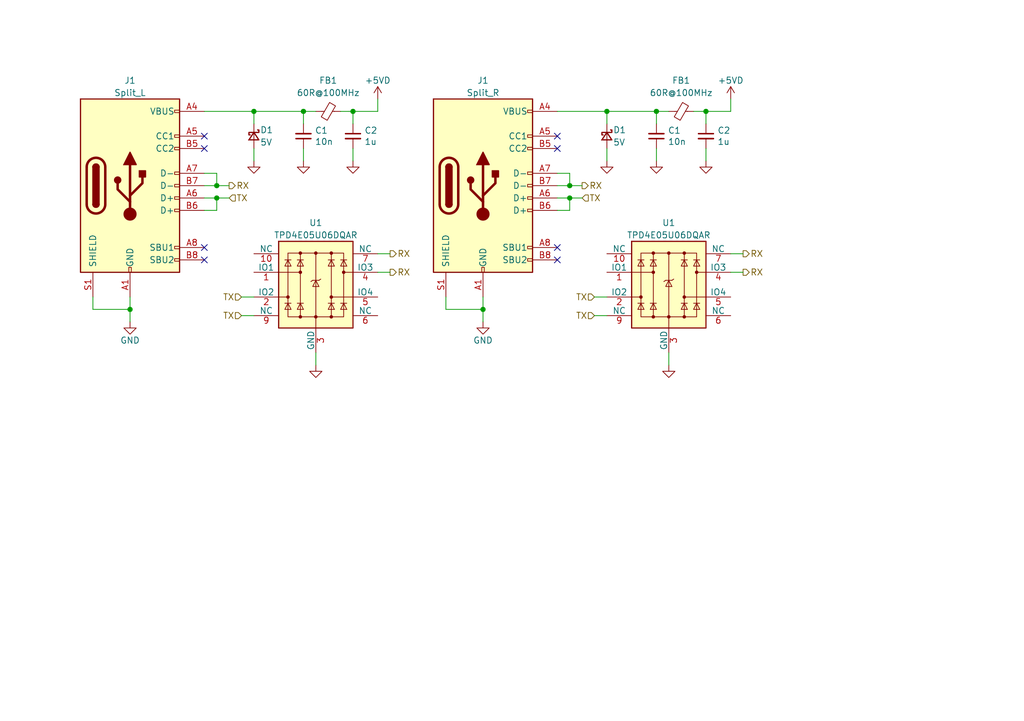
<source format=kicad_sch>
(kicad_sch (version 20230121) (generator eeschema)
  (paper "A5")
  (lib_symbols
    (symbol "Casaba:TPD4E05U06DQAR" (pin_names (offset 0))
      (property "Reference" "U2" (at 0 12.7 0))
      (property "Value" "TPD4E05U06DQAR" (at 0 10.16 0))
      (symbol "TPD4E05U06DQAR_0_0"
        (rectangle (start -5.715 6.477) (end 5.715 -6.604))
        (polyline (pts (xy -3.175 -6.604) (xy -3.175 6.477)))
        (polyline (pts (xy 0 6.477) (xy 0 -6.604)))
        (polyline (pts (xy 3.175 6.477) (xy 3.175 -6.604)))
      )
      (symbol "TPD4E05U06DQAR_0_1"
        (rectangle (start -7.62 8.89) (end 7.62 -8.89) (stroke (width 0.254)) (fill (type background)))
        (circle (center -5.715 -2.54) (radius 0.2794) (fill (type outline)))
        (circle (center -3.175 -6.604) (radius 0.2794) (fill (type outline)))
        (circle (center -3.175 2.54) (radius 0.2794) (fill (type outline)))
        (circle (center -3.175 6.477) (radius 0.2794) (fill (type outline)))
        (polyline (pts (xy -7.747 2.54) (xy -3.175 2.54)))
        (polyline (pts (xy -7.62 -2.54) (xy -5.715 -2.54)))
        (polyline (pts (xy -5.08 -3.81) (xy -6.35 -3.81)))
        (polyline (pts (xy -5.08 5.08) (xy -6.35 5.08)))
        (polyline (pts (xy -2.54 -3.81) (xy -3.81 -3.81)))
        (polyline (pts (xy -2.54 5.08) (xy -3.81 5.08)))
        (polyline (pts (xy -0.635 0.889) (xy -1.016 0.635)))
        (polyline (pts (xy 0 -6.604) (xy 0 -8.89)))
        (polyline (pts (xy 0.635 0.889) (xy -0.635 0.889)))
        (polyline (pts (xy 0.635 0.889) (xy 1.016 1.143)))
        (polyline (pts (xy 3.81 -3.81) (xy 2.54 -3.81)))
        (polyline (pts (xy 3.81 5.08) (xy 2.54 5.08)))
        (polyline (pts (xy 6.35 -3.81) (xy 5.08 -3.81)))
        (polyline (pts (xy 6.35 5.08) (xy 5.08 5.08)))
        (polyline (pts (xy 7.62 -2.54) (xy 3.175 -2.54)))
        (polyline (pts (xy 7.62 2.54) (xy 5.715 2.54)))
        (polyline (pts (xy -5.08 -5.08) (xy -6.35 -5.08) (xy -5.715 -3.81) (xy -5.08 -5.08)))
        (polyline (pts (xy -5.08 3.81) (xy -6.35 3.81) (xy -5.715 5.08) (xy -5.08 3.81)))
        (polyline (pts (xy -2.54 -5.08) (xy -3.81 -5.08) (xy -3.175 -3.81) (xy -2.54 -5.08)))
        (polyline (pts (xy -2.54 3.81) (xy -3.81 3.81) (xy -3.175 5.08) (xy -2.54 3.81)))
        (polyline (pts (xy 0.635 -0.381) (xy -0.635 -0.381) (xy 0 0.889) (xy 0.635 -0.381)))
        (polyline (pts (xy 3.81 -5.08) (xy 2.54 -5.08) (xy 3.175 -3.81) (xy 3.81 -5.08)))
        (polyline (pts (xy 3.81 3.81) (xy 2.54 3.81) (xy 3.175 5.08) (xy 3.81 3.81)))
        (polyline (pts (xy 6.35 -5.08) (xy 5.08 -5.08) (xy 5.715 -3.81) (xy 6.35 -5.08)))
        (polyline (pts (xy 6.35 3.81) (xy 5.08 3.81) (xy 5.715 5.08) (xy 6.35 3.81)))
        (circle (center 0 6.477) (radius 0.2794) (fill (type outline)))
        (circle (center 3.175 -6.604) (radius 0.2794) (fill (type outline)))
        (circle (center 3.175 -2.54) (radius 0.2794) (fill (type outline)))
        (circle (center 3.175 6.477) (radius 0.2794) (fill (type outline)))
        (circle (center 5.715 2.54) (radius 0.2794) (fill (type outline)))
      )
      (symbol "TPD4E05U06DQAR_1_1"
        (circle (center 0 -6.604) (radius 0.2794) (fill (type outline)))
        (pin bidirectional line (at -12.7 2.54 0) (length 5.08) (name "IO1") (number "1"))
        (pin bidirectional line (at -12.7 6.35 0) (length 5.08) (name "NC") (number "10"))
        (pin bidirectional line (at -12.7 -2.54 0) (length 5.08) (name "IO2") (number "2"))
        (pin power_in line (at 0 -13.97 90) (length 5.08) (name "GND") (number "3"))
        (pin bidirectional line (at 12.7 2.54 180) (length 5.08) (name "IO3") (number "4"))
        (pin bidirectional line (at 12.7 -2.54 180) (length 5.08) (name "IO4") (number "5"))
        (pin bidirectional line (at 12.7 -6.35 180) (length 5.08) (name "NC") (number "6"))
        (pin bidirectional line (at 12.7 6.35 180) (length 5.08) (name "NC") (number "7"))
        (pin power_in line (at 0 -13.97 90) (length 5.08) hide (name "GND") (number "8"))
        (pin bidirectional line (at -12.7 -6.35 0) (length 5.08) (name "NC") (number "9"))
      )
    )
    (symbol "Connector:USB_C_Receptacle_USB2.0" (pin_names (offset 1.016))
      (property "Reference" "J4" (at 0 21.59 0))
      (property "Value" "USB_C_Receptacle_USB2.0" (at 0 19.05 0))
      (symbol "USB_C_Receptacle_USB2.0_0_0"
        (rectangle (start -0.254 -17.78) (end 0.254 -16.764))
        (rectangle (start 10.16 -14.986) (end 9.144 -15.494))
        (rectangle (start 10.16 -12.446) (end 9.144 -12.954))
        (rectangle (start 10.16 -4.826) (end 9.144 -5.334))
        (rectangle (start 10.16 -2.286) (end 9.144 -2.794))
        (rectangle (start 10.16 0.254) (end 9.144 -0.254))
        (rectangle (start 10.16 2.794) (end 9.144 2.286))
        (rectangle (start 10.16 7.874) (end 9.144 7.366))
        (rectangle (start 10.16 10.414) (end 9.144 9.906))
        (rectangle (start 10.16 15.494) (end 9.144 14.986))
      )
      (symbol "USB_C_Receptacle_USB2.0_0_1"
        (rectangle (start -10.16 17.78) (end 10.16 -17.78) (stroke (width 0.254)) (fill (type background)))
        (arc (start -8.89 -3.81) (mid -6.985 -5.7067) (end -5.08 -3.81) (stroke (width 0.508)))
        (arc (start -7.62 -3.81) (mid -6.985 -4.4423) (end -6.35 -3.81) (stroke (width 0.254)))
        (arc (start -7.62 -3.81) (mid -6.985 -4.4423) (end -6.35 -3.81) (stroke (width 0.254)) (fill (type outline)))
        (rectangle (start -7.62 -3.81) (end -6.35 3.81) (stroke (width 0.254)) (fill (type outline)))
        (arc (start -6.35 3.81) (mid -6.985 4.4423) (end -7.62 3.81) (stroke (width 0.254)))
        (arc (start -6.35 3.81) (mid -6.985 4.4423) (end -7.62 3.81) (stroke (width 0.254)) (fill (type outline)))
        (arc (start -5.08 3.81) (mid -6.985 5.7067) (end -8.89 3.81) (stroke (width 0.508)))
        (circle (center -2.54 1.143) (radius 0.635) (stroke (width 0.254)) (fill (type outline)))
        (circle (center 0 -5.842) (radius 1.27) (fill (type outline)))
        (polyline (pts (xy -8.89 -3.81) (xy -8.89 3.81)) (stroke (width 0.508)))
        (polyline (pts (xy -5.08 3.81) (xy -5.08 -3.81)) (stroke (width 0.508)))
        (polyline (pts (xy 0 -5.842) (xy 0 4.318)) (stroke (width 0.508)))
        (polyline (pts (xy 0 -3.302) (xy -2.54 -0.762) (xy -2.54 0.508)) (stroke (width 0.508)))
        (polyline (pts (xy 0 -2.032) (xy 2.54 0.508) (xy 2.54 1.778)) (stroke (width 0.508)))
        (polyline (pts (xy -1.27 4.318) (xy 0 6.858) (xy 1.27 4.318) (xy -1.27 4.318)) (stroke (width 0.254)) (fill (type outline)))
        (rectangle (start 1.905 1.778) (end 3.175 3.048) (stroke (width 0.254)) (fill (type outline)))
      )
      (symbol "USB_C_Receptacle_USB2.0_1_1"
        (pin passive line (at 0 -22.86 90) (length 5.08) (name "GND") (number "A1"))
        (pin passive line (at 0 -22.86 90) (length 5.08) hide (name "GND") (number "A12"))
        (pin passive line (at 15.24 15.24 180) (length 5.08) (name "VBUS") (number "A4"))
        (pin bidirectional line (at 15.24 10.16 180) (length 5.08) (name "CC1") (number "A5"))
        (pin bidirectional line (at 15.24 -2.54 180) (length 5.08) (name "D+") (number "A6"))
        (pin bidirectional line (at 15.24 2.54 180) (length 5.08) (name "D-") (number "A7"))
        (pin bidirectional line (at 15.24 -12.7 180) (length 5.08) (name "SBU1") (number "A8"))
        (pin passive line (at 15.24 15.24 180) (length 5.08) hide (name "VBUS") (number "A9"))
        (pin passive line (at 0 -22.86 90) (length 5.08) hide (name "GND") (number "B1"))
        (pin passive line (at 0 -22.86 90) (length 5.08) hide (name "GND") (number "B12"))
        (pin passive line (at 15.24 15.24 180) (length 5.08) hide (name "VBUS") (number "B4"))
        (pin bidirectional line (at 15.24 7.62 180) (length 5.08) (name "CC2") (number "B5"))
        (pin bidirectional line (at 15.24 -5.08 180) (length 5.08) (name "D+") (number "B6"))
        (pin bidirectional line (at 15.24 0 180) (length 5.08) (name "D-") (number "B7"))
        (pin bidirectional line (at 15.24 -15.24 180) (length 5.08) (name "SBU2") (number "B8"))
        (pin passive line (at 15.24 15.24 180) (length 5.08) hide (name "VBUS") (number "B9"))
        (pin passive line (at -7.62 -22.86 90) (length 5.08) (name "SHIELD") (number "S1"))
      )
    )
    (symbol "Device:C_Small" (pin_numbers hide) (pin_names (offset 0.254) hide)
      (property "Reference" "C" (at 0.254 1.778 0))
      (property "Value" "C_Small" (at 0.254 -2.032 0))
      (symbol "C_Small_0_1"
        (polyline (pts (xy -1.524 -0.508) (xy 1.524 -0.508)) (stroke (width 0.3302)))
        (polyline (pts (xy -1.524 0.508) (xy 1.524 0.508)) (stroke (width 0.3048)))
      )
      (symbol "C_Small_1_1"
        (pin passive line (at 0 2.54 270) (length 2.032) (name "~") (number "1"))
        (pin passive line (at 0 -2.54 90) (length 2.032) (name "~") (number "2"))
      )
    )
    (symbol "Device:D_Schottky_Small" (pin_numbers hide) (pin_names (offset 0.254) hide)
      (property "Reference" "D" (at -1.27 2.032 0))
      (property "Value" "D_Schottky_Small" (at -7.112 -2.032 0))
      (symbol "D_Schottky_Small_0_1"
        (polyline (pts (xy -0.762 0) (xy 0.762 0)))
        (polyline (pts (xy 0.762 -1.016) (xy -0.762 0) (xy 0.762 1.016) (xy 0.762 -1.016)) (stroke (width 0.254)))
        (polyline (pts (xy -1.27 0.762) (xy -1.27 1.016) (xy -0.762 1.016) (xy -0.762 -1.016) (xy -0.254 -1.016) (xy -0.254 -0.762)) (stroke (width 0.254)))
      )
      (symbol "D_Schottky_Small_1_1"
        (pin passive line (at -2.54 0 0) (length 1.778) (name "K") (number "1"))
        (pin passive line (at 2.54 0 180) (length 1.778) (name "A") (number "2"))
      )
    )
    (symbol "Device:FerriteBead_Small" (pin_numbers hide) (pin_names (offset 0))
      (property "Reference" "FB" (at 1.905 1.27 0))
      (property "Value" "FerriteBead_Small" (at 1.905 -1.27 0))
      (symbol "FerriteBead_Small_0_1"
        (polyline (pts (xy 0 -1.27) (xy 0 -0.7874)))
        (polyline (pts (xy 0 0.889) (xy 0 1.2954)))
        (polyline (pts (xy -1.8288 0.2794) (xy -1.1176 1.4986) (xy 1.8288 -0.2032) (xy 1.1176 -1.4224) (xy -1.8288 0.2794)))
      )
      (symbol "FerriteBead_Small_1_1"
        (pin passive line (at 0 2.54 270) (length 1.27) (name "~") (number "1"))
        (pin passive line (at 0 -2.54 90) (length 1.27) (name "~") (number "2"))
      )
    )
    (symbol "power:+5VD" (power) (pin_names (offset 0))
      (property "Value" "+5VD" (at 0 3.556 0))
      (symbol "+5VD_0_1"
        (polyline (pts (xy -0.762 1.27) (xy 0 2.54)))
        (polyline (pts (xy 0 0) (xy 0 2.54)))
        (polyline (pts (xy 0 2.54) (xy 0.762 1.27)))
      )
      (symbol "+5VD_1_1"
        (pin power_in line (at 0 0 90) (length 0) hide (name "+5VD") (number "1"))
      )
    )
    (symbol "power:GND" (power) (pin_names (offset 0))
      (property "Value" "GND" (at 0 -3.81 0))
      (symbol "GND_0_1"
        (polyline (pts (xy 0 0) (xy 0 -1.27) (xy 1.27 -1.27) (xy 0 -2.54) (xy -1.27 -1.27) (xy 0 -1.27)))
      )
      (symbol "GND_1_1"
        (pin power_in line (at 0 0 270) (length 0) hide (name "GND") (number "1"))
      )
    )
  )
  (junction (at 144.78 22.86))
  (junction (at 99.06 63.5))
  (junction (at 62.23 22.86))
  (junction (at 134.62 22.86))
  (junction (at 52.07 22.86))
  (junction (at 124.46 22.86))
  (junction (at 72.39 22.86))
  (junction (at 116.84 40.64))
  (junction (at 26.67 63.5))
  (junction (at 116.84 38.1))
  (junction (at 44.45 38.1))
  (junction (at 44.45 40.64))
  (no_connect (at 41.91 50.8))
  (no_connect (at 114.3 27.94))
  (no_connect (at 114.3 30.48))
  (no_connect (at 41.91 53.34))
  (no_connect (at 41.91 30.48))
  (no_connect (at 114.3 53.34))
  (no_connect (at 41.91 27.94))
  (no_connect (at 114.3 50.8))
  (wire (pts (xy 77.47 20.32) (xy 77.47 22.86)))
  (wire (pts (xy 142.24 22.86) (xy 144.78 22.86)))
  (wire (pts (xy 64.77 72.39) (xy 64.77 74.93)))
  (wire (pts (xy 144.78 30.48) (xy 144.78 33.02)))
  (wire (pts (xy 19.05 63.5) (xy 26.67 63.5)))
  (wire (pts (xy 49.53 60.96) (xy 52.07 60.96)))
  (wire (pts (xy 134.62 30.48) (xy 134.62 33.02)))
  (wire (pts (xy 46.99 38.1) (xy 44.45 38.1)))
  (wire (pts (xy 91.44 60.96) (xy 91.44 63.5)))
  (wire (pts (xy 72.39 30.48) (xy 72.39 33.02)))
  (wire (pts (xy 62.23 22.86) (xy 64.77 22.86)))
  (wire (pts (xy 99.06 63.5) (xy 99.06 66.04)))
  (wire (pts (xy 119.38 40.64) (xy 116.84 40.64)))
  (wire (pts (xy 116.84 40.64) (xy 116.84 43.18)))
  (wire (pts (xy 134.62 25.4) (xy 134.62 22.86)))
  (wire (pts (xy 62.23 30.48) (xy 62.23 33.02)))
  (wire (pts (xy 41.91 40.64) (xy 44.45 40.64)))
  (wire (pts (xy 124.46 22.86) (xy 134.62 22.86)))
  (wire (pts (xy 69.85 22.86) (xy 72.39 22.86)))
  (wire (pts (xy 44.45 40.64) (xy 44.45 43.18)))
  (wire (pts (xy 137.16 72.39) (xy 137.16 74.93)))
  (wire (pts (xy 149.86 20.32) (xy 149.86 22.86)))
  (wire (pts (xy 19.05 60.96) (xy 19.05 63.5)))
  (wire (pts (xy 52.07 22.86) (xy 62.23 22.86)))
  (wire (pts (xy 114.3 40.64) (xy 116.84 40.64)))
  (wire (pts (xy 72.39 22.86) (xy 77.47 22.86)))
  (wire (pts (xy 116.84 35.56) (xy 116.84 38.1)))
  (wire (pts (xy 80.01 52.07) (xy 77.47 52.07)))
  (wire (pts (xy 44.45 35.56) (xy 44.45 38.1)))
  (wire (pts (xy 114.3 38.1) (xy 116.84 38.1)))
  (wire (pts (xy 41.91 22.86) (xy 52.07 22.86)))
  (wire (pts (xy 52.07 30.48) (xy 52.07 33.02)))
  (wire (pts (xy 121.92 64.77) (xy 124.46 64.77)))
  (wire (pts (xy 152.4 52.07) (xy 149.86 52.07)))
  (wire (pts (xy 134.62 22.86) (xy 137.16 22.86)))
  (wire (pts (xy 80.01 55.88) (xy 77.47 55.88)))
  (wire (pts (xy 46.99 40.64) (xy 44.45 40.64)))
  (wire (pts (xy 121.92 60.96) (xy 124.46 60.96)))
  (wire (pts (xy 119.38 38.1) (xy 116.84 38.1)))
  (wire (pts (xy 144.78 22.86) (xy 149.86 22.86)))
  (wire (pts (xy 114.3 22.86) (xy 124.46 22.86)))
  (wire (pts (xy 26.67 63.5) (xy 26.67 66.04)))
  (wire (pts (xy 26.67 60.96) (xy 26.67 63.5)))
  (wire (pts (xy 41.91 43.18) (xy 44.45 43.18)))
  (wire (pts (xy 114.3 35.56) (xy 116.84 35.56)))
  (wire (pts (xy 114.3 43.18) (xy 116.84 43.18)))
  (wire (pts (xy 124.46 25.4) (xy 124.46 22.86)))
  (wire (pts (xy 144.78 22.86) (xy 144.78 25.4)))
  (wire (pts (xy 99.06 60.96) (xy 99.06 63.5)))
  (wire (pts (xy 62.23 25.4) (xy 62.23 22.86)))
  (wire (pts (xy 72.39 22.86) (xy 72.39 25.4)))
  (wire (pts (xy 41.91 35.56) (xy 44.45 35.56)))
  (wire (pts (xy 49.53 64.77) (xy 52.07 64.77)))
  (wire (pts (xy 152.4 55.88) (xy 149.86 55.88)))
  (wire (pts (xy 124.46 30.48) (xy 124.46 33.02)))
  (wire (pts (xy 41.91 38.1) (xy 44.45 38.1)))
  (wire (pts (xy 52.07 25.4) (xy 52.07 22.86)))
  (wire (pts (xy 91.44 63.5) (xy 99.06 63.5)))
  (hierarchical_label "RX" (shape output) (at 80.01 52.07 0))
  (hierarchical_label "TX" (shape input) (at 121.92 60.96 180))
  (hierarchical_label "TX" (shape input) (at 49.53 64.77 180))
  (hierarchical_label "RX" (shape output) (at 152.4 52.07 0))
  (hierarchical_label "TX" (shape input) (at 119.38 40.64 0))
  (hierarchical_label "RX" (shape output) (at 152.4 55.88 0))
  (hierarchical_label "TX" (shape input) (at 49.53 60.96 180))
  (hierarchical_label "TX" (shape input) (at 46.99 40.64 0))
  (hierarchical_label "RX" (shape output) (at 46.99 38.1 0))
  (hierarchical_label "TX" (shape input) (at 121.92 64.77 180))
  (hierarchical_label "RX" (shape output) (at 80.01 55.88 0))
  (hierarchical_label "RX" (shape output) (at 119.38 38.1 0))
  (symbol (lib_id "power:GND") (at 62.23 33.02 0) (unit 1)
    (property "Reference" "#PWR02" (effects hide))
    (property "Value" "GND" (effects hide))
    (instances (project "Casaba" (path "" (reference "#PWR02") (unit 1))) (project "Honeydew" (path "" (reference "#PWR?") (unit 1)) (path "" (reference "#PWR078") (unit 1))))
  )
  (symbol (lib_id "Device:C_Small") (at 72.39 27.94 0) (unit 1)
    (property "Reference" "C2" (at 74.7268 26.7716 0) (effects (justify left)))
    (property "Value" "1u" (at 74.7268 29.083 0) (effects (justify left)))
    (property "Footprint" "Capacitor_SMD:C_0603_1608Metric" (effects hide))
    (property "Description" "0603 capacitor" (effects hide))
    (property "LCSC" "C15849" (effects hide))
    (property "Voltage" "50V" (effects hide))
    (instances (project "Casaba" (path "" (reference "C2") (unit 1))) (project "Honeydew" (path "" (reference "C22") (unit 1)) (path "" (reference "C101") (unit 1))))
  )
  (symbol (lib_id "Casaba:TPD4E05U06DQAR") (at 137.16 58.42 0) (unit 1)
    (property "Reference" "U1" (at 137.16 45.72 0))
    (property "Value" "TPD4E05U06DQAR" (at 137.16 48.26 0))
    (property "Footprint" "Honeydew:USON-10_2.5x1.0mm_P0.5mm" (effects hide))
    (property "Description" "TVS array" (effects hide))
    (property "LCSC" "C138714" (effects hide))
    (instances (project "Casaba" (path "" (reference "U1") (unit 1))) (project "Honeydew" (path "" (reference "U12") (unit 1))))
  )
  (symbol (lib_id "Connector:USB_C_Receptacle_USB2.0") (at 99.06 38.1 0) (unit 1)
    (property "Reference" "J1" (at 99.06 16.51 0))
    (property "Value" "Split_R" (at 99.06 19.05 0))
    (property "Footprint" "Honeydew:HRO-TYPE-C-31-M-12" (effects hide))
    (property "Datasheet" "https://www.usb.org/sites/default/files/documents/usb_type-c.zip" (effects hide))
    (property "LCSC" "C165948" (effects hide))
    (instances (project "Casaba" (path "" (reference "J1") (unit 1))) (project "Honeydew" (path "" (reference "J6") (unit 1))))
  )
  (symbol (lib_id "power:GND") (at 64.77 74.93 0) (unit 1)
    (property "Reference" "#PWR08" (effects hide))
    (property "Value" "GND" (effects hide))
    (instances (project "Casaba" (path "" (reference "#PWR08") (unit 1))) (project "Honeydew" (path "" (reference "#PWR?") (unit 1)) (path "" (reference "#PWR086") (unit 1))))
  )
  (symbol (lib_id "power:GND") (at 26.67 66.04 0) (unit 1)
    (property "Reference" "#PWR01" (effects hide))
    (property "Value" "GND" (at 26.67 69.85 0))
    (instances (project "Casaba" (path "" (reference "#PWR01") (unit 1))) (project "Honeydew" (path "" (reference "#PWR?") (unit 1)) (path "" (reference "#PWR010") (unit 1))))
  )
  (symbol (lib_id "power:GND") (at 124.46 33.02 0) (unit 1)
    (property "Reference" "#PWR04" (effects hide))
    (property "Value" "GND" (effects hide))
    (instances (project "Casaba" (path "" (reference "#PWR04") (unit 1))) (project "Honeydew" (path "" (reference "#PWR?") (unit 1)) (path "" (reference "#PWR092") (unit 1))))
  )
  (symbol (lib_id "Connector:USB_C_Receptacle_USB2.0") (at 26.67 38.1 0) (unit 1)
    (property "Reference" "J1" (at 26.67 16.51 0))
    (property "Value" "Split_L" (at 26.67 19.05 0))
    (property "Footprint" "Honeydew:HRO-TYPE-C-31-M-12" (effects hide))
    (property "Datasheet" "https://www.usb.org/sites/default/files/documents/usb_type-c.zip" (effects hide))
    (property "LCSC" "C165948" (effects hide))
    (instances (project "Casaba" (path "" (reference "J1") (unit 1))) (project "Honeydew" (path "" (reference "J5") (unit 1))))
  )
  (symbol (lib_id "Device:D_Schottky_Small") (at 124.46 27.94 270) (unit 1)
    (property "Reference" "D1" (at 125.73 26.67 90) (effects (justify left)))
    (property "Value" "5V" (at 125.73 29.21 90) (effects (justify left)))
    (property "Footprint" "Diode_SMD:D_SOD-523" (effects hide))
    (property "LCSC" "C502546" (effects hide))
    (property "Description" "SOD-523 TVS" (effects hide))
    (instances (project "Casaba" (path "" (reference "D1") (unit 1))) (project "Honeydew" (path "" (reference "D66") (unit 1))))
  )
  (symbol (lib_id "power:+5VD") (at 149.86 20.32 0) (unit 1)
    (property "Reference" "#PWR058" (effects hide))
    (property "Value" "+5VD" (at 149.86 16.51 0))
    (instances (project "Honeydew" (path "" (reference "#PWR058") (unit 1)) (path "" (reference "#PWR068") (unit 1))))
  )
  (symbol (lib_id "Device:D_Schottky_Small") (at 52.07 27.94 270) (unit 1)
    (property "Reference" "D1" (at 53.34 26.67 90) (effects (justify left)))
    (property "Value" "5V" (at 53.34 29.21 90) (effects (justify left)))
    (property "Footprint" "Diode_SMD:D_SOD-523" (effects hide))
    (property "LCSC" "C502546" (effects hide))
    (property "Description" "SOD-523 TVS" (effects hide))
    (instances (project "Casaba" (path "" (reference "D1") (unit 1))) (project "Honeydew" (path "" (reference "D65") (unit 1))))
  )
  (symbol (lib_id "power:GND") (at 134.62 33.02 0) (unit 1)
    (property "Reference" "#PWR02" (effects hide))
    (property "Value" "GND" (effects hide))
    (instances (project "Casaba" (path "" (reference "#PWR02") (unit 1))) (project "Honeydew" (path "" (reference "#PWR?") (unit 1)) (path "" (reference "#PWR093") (unit 1))))
  )
  (symbol (lib_id "power:GND") (at 52.07 33.02 0) (unit 1)
    (property "Reference" "#PWR04" (effects hide))
    (property "Value" "GND" (effects hide))
    (instances (project "Casaba" (path "" (reference "#PWR04") (unit 1))) (project "Honeydew" (path "" (reference "#PWR?") (unit 1)) (path "" (reference "#PWR033") (unit 1))))
  )
  (symbol (lib_id "Device:C_Small") (at 62.23 27.94 180) (unit 1)
    (property "Reference" "C1" (at 64.5668 26.7716 0) (effects (justify right)))
    (property "Value" "10n" (at 64.5668 29.083 0) (effects (justify right)))
    (property "Footprint" "Capacitor_SMD:C_0402_1005Metric" (effects hide))
    (property "Description" "0402 capacitor" (effects hide))
    (property "LCSC" "C15195" (effects hide))
    (property "Voltage" "50V" (effects hide))
    (instances (project "Casaba" (path "" (reference "C1") (unit 1))) (project "Honeydew" (path "" (reference "C2") (unit 1)) (path "" (reference "C100") (unit 1))))
  )
  (symbol (lib_id "Device:C_Small") (at 134.62 27.94 180) (unit 1)
    (property "Reference" "C1" (at 136.9568 26.7716 0) (effects (justify right)))
    (property "Value" "10n" (at 136.9568 29.083 0) (effects (justify right)))
    (property "Footprint" "Capacitor_SMD:C_0402_1005Metric" (effects hide))
    (property "Description" "0402 capacitor" (effects hide))
    (property "LCSC" "C15195" (effects hide))
    (property "Voltage" "50V" (effects hide))
    (instances (project "Casaba" (path "" (reference "C1") (unit 1))) (project "Honeydew" (path "" (reference "C2") (unit 1)) (path "" (reference "C102") (unit 1))))
  )
  (symbol (lib_id "Device:FerriteBead_Small") (at 67.31 22.86 270) (unit 1)
    (property "Reference" "FB1" (at 67.31 16.51 90))
    (property "Value" "60R@100MHz" (at 67.31 19.05 90))
    (property "Footprint" "Inductor_SMD:L_0805_2012Metric" (effects hide))
    (property "LCSC" "C237300" (effects hide))
    (property "Description" "60R@100MHz" (effects hide))
    (instances (project "Casaba" (path "" (reference "FB1") (unit 1))) (project "Honeydew" (path "" (reference "FB1") (unit 1)) (path "" (reference "FB2") (unit 1))))
  )
  (symbol (lib_id "power:GND") (at 72.39 33.02 0) (unit 1)
    (property "Reference" "#PWR03" (effects hide))
    (property "Value" "GND" (effects hide))
    (instances (project "Casaba" (path "" (reference "#PWR03") (unit 1))) (project "Honeydew" (path "" (reference "#PWR?") (unit 1)) (path "" (reference "#PWR088") (unit 1))))
  )
  (symbol (lib_id "power:GND") (at 137.16 74.93 0) (unit 1)
    (property "Reference" "#PWR08" (effects hide))
    (property "Value" "GND" (effects hide))
    (instances (project "Casaba" (path "" (reference "#PWR08") (unit 1))) (project "Honeydew" (path "" (reference "#PWR?") (unit 1)) (path "" (reference "#PWR094") (unit 1))))
  )
  (symbol (lib_id "power:+5VD") (at 77.47 20.32 0) (unit 1)
    (property "Reference" "#PWR058" (effects hide))
    (property "Value" "+5VD" (at 77.47 16.51 0))
    (instances (project "Honeydew" (path "" (reference "#PWR058") (unit 1)) (path "" (reference "#PWR090") (unit 1))))
  )
  (symbol (lib_id "Device:FerriteBead_Small") (at 139.7 22.86 270) (unit 1)
    (property "Reference" "FB1" (at 139.7 16.51 90))
    (property "Value" "60R@100MHz" (at 139.7 19.05 90))
    (property "Footprint" "Inductor_SMD:L_0805_2012Metric" (effects hide))
    (property "LCSC" "C237300" (effects hide))
    (property "Description" "60R@100MHz" (effects hide))
    (instances (project "Casaba" (path "" (reference "FB1") (unit 1))) (project "Honeydew" (path "" (reference "FB1") (unit 1)) (path "" (reference "FB3") (unit 1))))
  )
  (symbol (lib_id "Device:C_Small") (at 144.78 27.94 0) (unit 1)
    (property "Reference" "C2" (at 147.1168 26.7716 0) (effects (justify left)))
    (property "Value" "1u" (at 147.1168 29.083 0) (effects (justify left)))
    (property "Footprint" "Capacitor_SMD:C_0603_1608Metric" (effects hide))
    (property "Description" "0603 capacitor" (effects hide))
    (property "LCSC" "C15849" (effects hide))
    (property "Voltage" "50V" (effects hide))
    (instances (project "Casaba" (path "" (reference "C2") (unit 1))) (project "Honeydew" (path "" (reference "C22") (unit 1)) (path "" (reference "C103") (unit 1))))
  )
  (symbol (lib_id "power:GND") (at 144.78 33.02 0) (unit 1)
    (property "Reference" "#PWR03" (effects hide))
    (property "Value" "GND" (effects hide))
    (instances (project "Casaba" (path "" (reference "#PWR03") (unit 1))) (project "Honeydew" (path "" (reference "#PWR?") (unit 1)) (path "" (reference "#PWR095") (unit 1))))
  )
  (symbol (lib_id "power:GND") (at 99.06 66.04 0) (unit 1)
    (property "Reference" "#PWR01" (effects hide))
    (property "Value" "GND" (at 99.06 69.85 0))
    (instances (project "Casaba" (path "" (reference "#PWR01") (unit 1))) (project "Honeydew" (path "" (reference "#PWR?") (unit 1)) (path "" (reference "#PWR091") (unit 1))))
  )
  (symbol (lib_id "Casaba:TPD4E05U06DQAR") (at 64.77 58.42 0) (unit 1)
    (property "Reference" "U1" (at 64.77 45.72 0))
    (property "Value" "TPD4E05U06DQAR" (at 64.77 48.26 0))
    (property "Footprint" "Honeydew:USON-10_2.5x1.0mm_P0.5mm" (effects hide))
    (property "Description" "TVS array" (effects hide))
    (property "LCSC" "C138714" (effects hide))
    (instances (project "Casaba" (path "" (reference "U1") (unit 1))) (project "Honeydew" (path "" (reference "U11") (unit 1))))
  )
)
</source>
